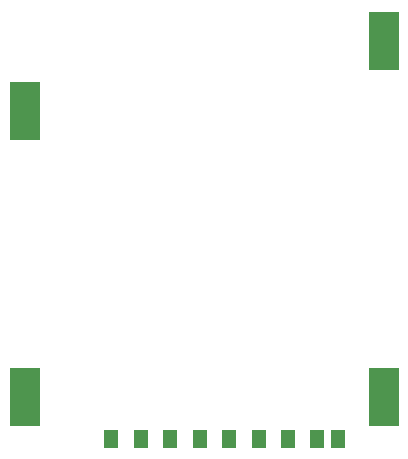
<source format=gbr>
%TF.GenerationSoftware,KiCad,Pcbnew,7.0.7-7.0.7~ubuntu23.04.1*%
%TF.CreationDate,2023-09-27T06:57:11+00:00*%
%TF.ProjectId,USBSDREADER01,55534253-4452-4454-9144-455230312e6b,rev?*%
%TF.SameCoordinates,Original*%
%TF.FileFunction,Paste,Top*%
%TF.FilePolarity,Positive*%
%FSLAX46Y46*%
G04 Gerber Fmt 4.6, Leading zero omitted, Abs format (unit mm)*
G04 Created by KiCad (PCBNEW 7.0.7-7.0.7~ubuntu23.04.1) date 2023-09-27 06:57:11*
%MOMM*%
%LPD*%
G01*
G04 APERTURE LIST*
%ADD10R,1.200000X1.600000*%
%ADD11R,2.500000X5.000000*%
G04 APERTURE END LIST*
D10*
%TO.C,J9*%
X36785850Y19100000D03*
X39285850Y19100000D03*
X41785850Y19100000D03*
X44285850Y19100000D03*
X46785850Y19100000D03*
X49285850Y19100000D03*
X51715850Y19100000D03*
X53515850Y19100000D03*
X34285850Y19100000D03*
D11*
X26950850Y22600000D03*
X57400850Y22600000D03*
X26950850Y46800000D03*
X57400850Y52800000D03*
%TD*%
M02*

</source>
